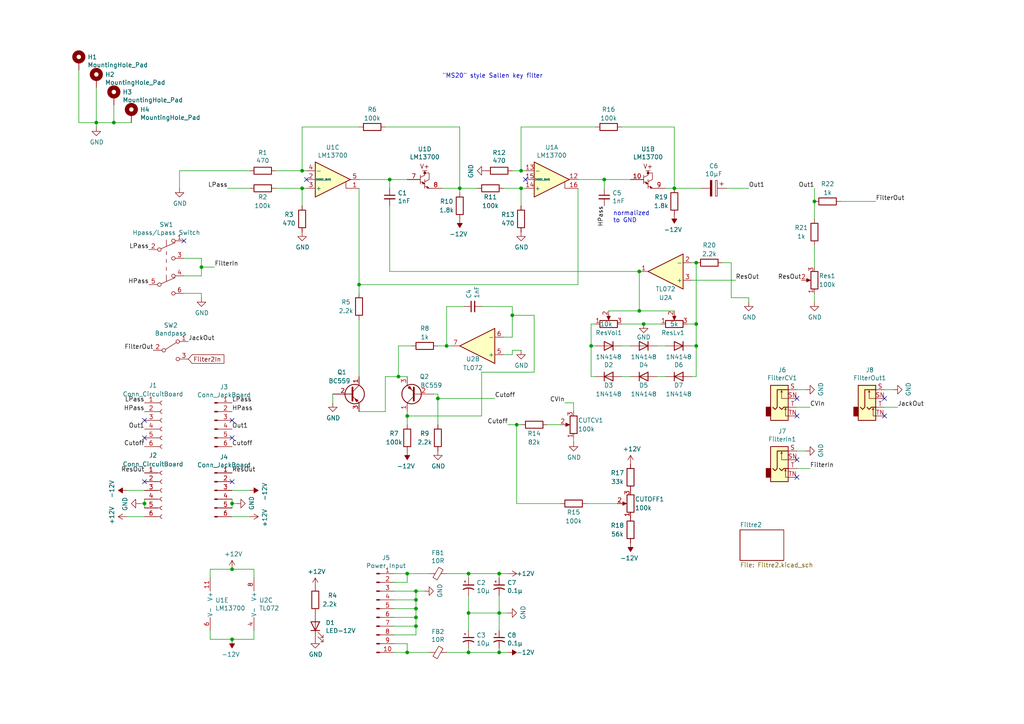
<source format=kicad_sch>
(kicad_sch (version 20211123) (generator eeschema)
  (paper "A4")
  (lib_symbols
    (symbol "Amplifier_Operational:LM13700" (pin_names (offset 0.127))
      (property "Reference" "U" (at 3.81 5.08 0))
      (property "Value" "LM13700" (at 5.08 -5.08 0))
      (symbol "LM13700_1_1"
        (pin output line (at 7.62 0 180) (length 2.54) (name "~") (number "12"))
        (pin input line (at -7.62 2.54 0) (length 2.54) (name "-") (number "13"))
        (pin input line (at -7.62 -2.54 0) (length 2.54) (name "+") (number "14"))
        (pin input line (at -7.62 0 0) (length 2.54) (name "DIODE_BIAS") (number "15"))
        (pin input line (at 7.62 -2.54 180) (length 2.54) (name "~") (number "16"))
      )
      (symbol "LM13700_2_1"
        (text "V+" (at -2.54 3.81 0) (effects (font (size 1.27 1.27))))
        (pin input line (at -7.62 0 0) (length 3.81) (name "~") (number "10"))
        (pin output line (at 2.54 -2.54 180) (length 3.81) (name "~") (number "9"))
      )
      (symbol "LM13700_3_1"
        (pin input line (at 7.62 -2.54 180) (length 2.54) (name "~") (number "1"))
        (pin input line (at -7.62 0 0) (length 2.54) (name "DIODE_BIAS") (number "2"))
        (pin input line (at -7.62 -2.54 0) (length 2.54) (name "+") (number "3"))
        (pin input line (at -7.62 2.54 0) (length 2.54) (name "-") (number "4"))
        (pin output line (at 7.62 0 180) (length 2.54) (name "~") (number "5"))
      )
      (symbol "LM13700_4_0"
        (text "V+" (at -2.54 3.81 0) (effects (font (size 1.27 1.27))))
      )
      (symbol "LM13700_4_1"
        (pin input line (at -7.62 0 0) (length 3.81) (name "~") (number "7"))
        (pin output line (at 2.54 -2.54 180) (length 3.81) (name "~") (number "8"))
      )
      (symbol "LM13700_5_1"
        (pin power_in line (at -2.54 7.62 270) (length 3.81) (name "V+") (number "11"))
        (pin power_in line (at -2.54 -7.62 90) (length 3.81) (name "V-") (number "6"))
      )
    )
    (symbol "Amplifier_Operational:TL072" (pin_names (offset 0.127))
      (property "Reference" "U" (at 0 5.08 0))
      (property "Value" "TL072" (at 0 -5.08 0))
      (symbol "TL072_1_1"
        (pin output line (at 7.62 0 180) (length 2.54) (name "~") (number "1"))
        (pin input line (at -7.62 -2.54 0) (length 2.54) (name "-") (number "2"))
        (pin input line (at -7.62 2.54 0) (length 2.54) (name "+") (number "3"))
      )
      (symbol "TL072_2_1"
        (pin input line (at -7.62 2.54 0) (length 2.54) (name "+") (number "5"))
        (pin input line (at -7.62 -2.54 0) (length 2.54) (name "-") (number "6"))
        (pin output line (at 7.62 0 180) (length 2.54) (name "~") (number "7"))
      )
      (symbol "TL072_3_1"
        (pin power_in line (at -2.54 -7.62 90) (length 3.81) (name "V-") (number "4"))
        (pin power_in line (at -2.54 7.62 270) (length 3.81) (name "V+") (number "8"))
      )
    )
    (symbol "Connector:AudioJack2_Switch"
      (property "Reference" "J" (at 0 11.43 0))
      (property "Value" "AudioJack2_Switch" (at 0 8.89 0))
      (symbol "AudioJack2_Switch_1_1"
        (pin passive line (at 5.08 5.08 180) (length 2.54) (name "~") (number "S"))
        (pin passive line (at 5.08 2.54 180) (length 2.54) (name "~") (number "SN"))
        (pin passive line (at 5.08 0 180) (length 2.54) (name "~") (number "T"))
        (pin passive line (at 5.08 -2.54 180) (length 2.54) (name "~") (number "TN"))
      )
    )
    (symbol "Connector:Conn_01x06_Female" (pin_names (offset 1.016) hide)
      (property "Reference" "J" (at 0 7.62 0))
      (property "Value" "Conn_01x06_Female" (at 0 -10.16 0))
      (symbol "Conn_01x06_Female_1_1"
        (pin passive line (at -5.08 5.08 0) (length 3.81) (name "Pin_1") (number "1"))
        (pin passive line (at -5.08 2.54 0) (length 3.81) (name "Pin_2") (number "2"))
        (pin passive line (at -5.08 0 0) (length 3.81) (name "Pin_3") (number "3"))
        (pin passive line (at -5.08 -2.54 0) (length 3.81) (name "Pin_4") (number "4"))
        (pin passive line (at -5.08 -5.08 0) (length 3.81) (name "Pin_5") (number "5"))
        (pin passive line (at -5.08 -7.62 0) (length 3.81) (name "Pin_6") (number "6"))
      )
    )
    (symbol "Connector:Conn_01x06_Male" (pin_names (offset 1.016) hide)
      (property "Reference" "J" (at 0 7.62 0))
      (property "Value" "Conn_01x06_Male" (at 0 -10.16 0))
      (symbol "Conn_01x06_Male_1_1"
        (pin passive line (at 5.08 5.08 180) (length 3.81) (name "Pin_1") (number "1"))
        (pin passive line (at 5.08 2.54 180) (length 3.81) (name "Pin_2") (number "2"))
        (pin passive line (at 5.08 0 180) (length 3.81) (name "Pin_3") (number "3"))
        (pin passive line (at 5.08 -2.54 180) (length 3.81) (name "Pin_4") (number "4"))
        (pin passive line (at 5.08 -5.08 180) (length 3.81) (name "Pin_5") (number "5"))
        (pin passive line (at 5.08 -7.62 180) (length 3.81) (name "Pin_6") (number "6"))
      )
    )
    (symbol "Connector:Conn_01x10_Male" (pin_names (offset 1.016) hide)
      (property "Reference" "J" (at 0 12.7 0))
      (property "Value" "Conn_01x10_Male" (at 0 -15.24 0))
      (symbol "Conn_01x10_Male_1_1"
        (pin passive line (at 5.08 10.16 180) (length 3.81) (name "Pin_1") (number "1"))
        (pin passive line (at 5.08 -12.7 180) (length 3.81) (name "Pin_10") (number "10"))
        (pin passive line (at 5.08 7.62 180) (length 3.81) (name "Pin_2") (number "2"))
        (pin passive line (at 5.08 5.08 180) (length 3.81) (name "Pin_3") (number "3"))
        (pin passive line (at 5.08 2.54 180) (length 3.81) (name "Pin_4") (number "4"))
        (pin passive line (at 5.08 0 180) (length 3.81) (name "Pin_5") (number "5"))
        (pin passive line (at 5.08 -2.54 180) (length 3.81) (name "Pin_6") (number "6"))
        (pin passive line (at 5.08 -5.08 180) (length 3.81) (name "Pin_7") (number "7"))
        (pin passive line (at 5.08 -7.62 180) (length 3.81) (name "Pin_8") (number "8"))
        (pin passive line (at 5.08 -10.16 180) (length 3.81) (name "Pin_9") (number "9"))
      )
    )
    (symbol "Device:CP" (pin_numbers hide) (pin_names (offset 0.254))
      (property "Reference" "C" (at 0.635 2.54 0))
      (property "Value" "Device_CP" (at 0.635 -2.54 0))
      (symbol "CP_1_1"
        (pin passive line (at 0 3.81 270) (length 2.794) (name "~") (number "1"))
        (pin passive line (at 0 -3.81 90) (length 2.794) (name "~") (number "2"))
      )
    )
    (symbol "Device:CP1_Small" (pin_numbers hide) (pin_names (offset 0.254) hide)
      (property "Reference" "C" (at 0.254 1.778 0))
      (property "Value" "Device_CP1_Small" (at 0.254 -2.032 0))
      (symbol "CP1_Small_1_1"
        (pin passive line (at 0 2.54 270) (length 2.032) (name "~") (number "1"))
        (pin passive line (at 0 -2.54 90) (length 2.032) (name "~") (number "2"))
      )
    )
    (symbol "Device:C_Small" (pin_numbers hide) (pin_names (offset 0.254) hide)
      (property "Reference" "C" (at 0.254 1.778 0))
      (property "Value" "C_Small" (at 0.254 -2.032 0))
      (symbol "C_Small_1_1"
        (pin passive line (at 0 2.54 270) (length 2.032) (name "~") (number "1"))
        (pin passive line (at 0 -2.54 90) (length 2.032) (name "~") (number "2"))
      )
    )
    (symbol "Device:D" (pin_numbers hide) (pin_names (offset 1.016) hide)
      (property "Reference" "D" (at 0 2.54 0))
      (property "Value" "D" (at 0 -2.54 0))
      (symbol "D_1_1"
        (pin passive line (at -3.81 0 0) (length 2.54) (name "K") (number "1"))
        (pin passive line (at 3.81 0 180) (length 2.54) (name "A") (number "2"))
      )
    )
    (symbol "Device:Ferrite_Bead_Small" (pin_numbers hide) (pin_names (offset 0))
      (property "Reference" "FB" (at 1.905 1.27 0))
      (property "Value" "Device_Ferrite_Bead_Small" (at 1.905 -1.27 0))
      (symbol "Ferrite_Bead_Small_1_1"
        (pin passive line (at 0 2.54 270) (length 1.27) (name "~") (number "1"))
        (pin passive line (at 0 -2.54 90) (length 1.27) (name "~") (number "2"))
      )
    )
    (symbol "Device:LED" (pin_numbers hide) (pin_names (offset 1.016) hide)
      (property "Reference" "D" (at 0 2.54 0))
      (property "Value" "LED" (at 0 -2.54 0))
      (symbol "LED_1_1"
        (pin passive line (at -3.81 0 0) (length 2.54) (name "K") (number "1"))
        (pin passive line (at 3.81 0 180) (length 2.54) (name "A") (number "2"))
      )
    )
    (symbol "Device:R" (pin_numbers hide) (pin_names (offset 0))
      (property "Reference" "R" (at 2.032 0 90))
      (property "Value" "R" (at 0 0 90))
      (symbol "R_1_1"
        (pin passive line (at 0 3.81 270) (length 1.27) (name "~") (number "1"))
        (pin passive line (at 0 -3.81 90) (length 1.27) (name "~") (number "2"))
      )
    )
    (symbol "Device:R_POT" (pin_names (offset 1.016) hide)
      (property "Reference" "RV" (at -4.445 0 90))
      (property "Value" "Device_R_POT" (at -2.54 0 90))
      (symbol "R_POT_1_1"
        (pin passive line (at 0 3.81 270) (length 1.27) (name "1") (number "1"))
        (pin passive line (at 3.81 0 180) (length 1.27) (name "2") (number "2"))
        (pin passive line (at 0 -3.81 90) (length 1.27) (name "3") (number "3"))
      )
    )
    (symbol "Mechanical:MountingHole_Pad" (pin_numbers hide) (pin_names (offset 1.016) hide)
      (property "Reference" "H" (at 0 6.35 0))
      (property "Value" "MountingHole_Pad" (at 0 4.445 0))
      (symbol "MountingHole_Pad_1_1"
        (pin input line (at 0 -2.54 90) (length 2.54) (name "1") (number "1"))
      )
    )
    (symbol "Switch:SW_Push_DPDT" (pin_names (offset 0) hide)
      (property "Reference" "SW" (at 0 8.89 0))
      (property "Value" "SW_Push_DPDT" (at 0 -10.16 0))
      (symbol "SW_Push_DPDT_1_1"
        (pin passive line (at 5.08 7.62 180) (length 2.54) (name "A") (number "1"))
        (pin passive line (at -5.08 5.08 0) (length 2.54) (name "B") (number "2"))
        (pin passive line (at 5.08 2.54 180) (length 2.54) (name "C") (number "3"))
        (pin passive line (at 5.08 -2.54 180) (length 2.54) (name "A") (number "4"))
        (pin passive line (at -5.08 -5.08 0) (length 2.54) (name "B") (number "5"))
        (pin passive line (at 5.08 -7.62 180) (length 2.54) (name "C") (number "6"))
      )
    )
    (symbol "Switch:SW_SPDT" (pin_names (offset 0) hide)
      (property "Reference" "SW" (at 0 4.318 0))
      (property "Value" "SW_SPDT" (at 0 -5.08 0))
      (symbol "SW_SPDT_1_1"
        (pin passive line (at 5.08 2.54 180) (length 2.54) (name "A") (number "1"))
        (pin passive line (at -5.08 0 0) (length 2.54) (name "B") (number "2"))
        (pin passive line (at 5.08 -2.54 180) (length 2.54) (name "C") (number "3"))
      )
    )
    (symbol "Transistor_BJT:BC559" (pin_names (offset 0) hide)
      (property "Reference" "Q" (at 5.08 1.905 0))
      (property "Value" "BC559" (at 5.08 0 0))
      (symbol "BC559_1_1"
        (pin passive line (at 2.54 5.08 270) (length 2.54) (name "C") (number "1"))
        (pin input line (at -5.08 0 0) (length 5.715) (name "B") (number "2"))
        (pin passive line (at 2.54 -5.08 90) (length 2.54) (name "E") (number "3"))
      )
    )
    (symbol "power:+12V" (power) (pin_names (offset 0))
      (property "Value" "+12V" (at 0 3.556 0))
      (symbol "+12V_1_1"
        (pin power_in line (at 0 0 90) (length 0) hide (name "+12V") (number "1"))
      )
    )
    (symbol "power:-12V" (power) (pin_names (offset 0))
      (property "Value" "-12V" (at 0 3.81 0))
      (symbol "-12V_0_0"
        (pin power_in line (at 0 0 90) (length 0) hide (name "-12V") (number "1"))
      )
    )
    (symbol "power:GND" (power) (pin_names (offset 0))
      (property "Value" "GND" (at 0 -3.81 0))
      (symbol "GND_1_1"
        (pin power_in line (at 0 0 270) (length 0) hide (name "GND") (number "1"))
      )
    )
  )
  (junction (at 118.11 120.65))
  (junction (at 104.14 82.55))
  (junction (at 186.69 93.98))
  (junction (at 120.65 179.07))
  (junction (at 133.35 54.61))
  (junction (at 58.42 77.47))
  (junction (at 201.93 93.98))
  (junction (at 33.02 35.56))
  (junction (at 151.13 49.53))
  (junction (at 129.54 100.33))
  (junction (at 144.78 166.37))
  (junction (at 113.03 52.07))
  (junction (at 201.93 76.2))
  (junction (at 135.89 189.23))
  (junction (at 148.59 91.44))
  (junction (at 171.45 100.33))
  (junction (at 149.86 123.19))
  (junction (at 120.65 181.61))
  (junction (at 118.11 166.37))
  (junction (at 120.65 176.53))
  (junction (at 185.42 90.17))
  (junction (at 151.13 54.61))
  (junction (at 67.31 165.1))
  (junction (at 201.93 100.33))
  (junction (at 120.65 173.99))
  (junction (at 27.94 35.56))
  (junction (at 87.63 54.61))
  (junction (at 120.65 171.45))
  (junction (at 144.78 177.8))
  (junction (at 135.89 177.8))
  (junction (at 135.89 166.37))
  (junction (at 195.58 54.61))
  (junction (at 67.31 146.05))
  (junction (at 236.22 58.42))
  (junction (at 67.31 185.42))
  (junction (at 144.78 189.23))
  (junction (at 118.11 189.23))
  (junction (at 87.63 49.53))
  (junction (at 127 115.57))
  (junction (at 175.26 52.07))
  (junction (at 185.42 78.74))
  (junction (at 41.91 146.05))
  (junction (at 115.57 109.22))
  (no_connect (at 53.34 69.85))
  (no_connect (at 256.54 120.65))
  (no_connect (at 231.14 133.35))
  (no_connect (at 41.91 127))
  (no_connect (at 41.91 121.92))
  (no_connect (at 152.4 52.07))
  (no_connect (at 67.31 121.92))
  (no_connect (at 231.14 120.65))
  (no_connect (at 231.14 115.57))
  (no_connect (at 41.91 139.7))
  (no_connect (at 67.31 139.7))
  (no_connect (at 67.31 127))
  (no_connect (at 256.54 115.57))
  (no_connect (at 231.14 138.43))
  (no_connect (at 88.9 52.07))
  (wire (pts (xy 58.42 74.93) (xy 58.42 77.47)))
  (wire (pts (xy 120.65 181.61) (xy 120.65 179.07)))
  (wire (pts (xy 148.59 91.44) (xy 148.59 88.9)))
  (wire (pts (xy 67.31 142.24) (xy 72.39 142.24)))
  (wire (pts (xy 231.14 130.81) (xy 233.68 130.81)))
  (wire (pts (xy 201.93 93.98) (xy 201.93 100.33)))
  (wire (pts (xy 87.63 54.61) (xy 87.63 59.69)))
  (wire (pts (xy 118.11 120.65) (xy 139.7 120.65)))
  (wire (pts (xy 200.66 100.33) (xy 201.93 100.33)))
  (wire (pts (xy 144.78 189.23) (xy 147.32 189.23)))
  (wire (pts (xy 41.91 144.78) (xy 41.91 146.05)))
  (wire (pts (xy 135.89 187.96) (xy 135.89 189.23)))
  (wire (pts (xy 166.37 127) (xy 166.37 128.27)))
  (wire (pts (xy 171.45 100.33) (xy 171.45 109.22)))
  (wire (pts (xy 171.45 109.22) (xy 172.72 109.22)))
  (wire (pts (xy 38.1 35.56) (xy 33.02 35.56)))
  (wire (pts (xy 236.22 87.63) (xy 236.22 85.09)))
  (wire (pts (xy 72.39 49.53) (xy 52.07 49.53)))
  (wire (pts (xy 185.42 78.74) (xy 113.03 78.74)))
  (wire (pts (xy 125.73 114.3) (xy 127 114.3)))
  (wire (pts (xy 67.31 185.42) (xy 60.96 185.42)))
  (wire (pts (xy 135.89 189.23) (xy 144.78 189.23)))
  (wire (pts (xy 127 114.3) (xy 127 115.57)))
  (wire (pts (xy 182.88 109.22) (xy 180.34 109.22)))
  (wire (pts (xy 185.42 78.74) (xy 185.42 90.17)))
  (wire (pts (xy 123.19 171.45) (xy 120.65 171.45)))
  (wire (pts (xy 114.3 171.45) (xy 120.65 171.45)))
  (wire (pts (xy 135.89 172.72) (xy 135.89 177.8)))
  (wire (pts (xy 209.55 76.2) (xy 212.09 76.2)))
  (wire (pts (xy 151.13 49.53) (xy 152.4 49.53)))
  (wire (pts (xy 114.3 168.91) (xy 118.11 168.91)))
  (wire (pts (xy 175.26 52.07) (xy 175.26 54.61)))
  (wire (pts (xy 139.7 120.65) (xy 139.7 107.95)))
  (wire (pts (xy 148.59 97.79) (xy 148.59 91.44)))
  (wire (pts (xy 113.03 78.74) (xy 113.03 59.69)))
  (wire (pts (xy 128.27 54.61) (xy 133.35 54.61)))
  (wire (pts (xy 104.14 82.55) (xy 104.14 54.61)))
  (wire (pts (xy 144.78 187.96) (xy 144.78 189.23)))
  (wire (pts (xy 115.57 100.33) (xy 115.57 109.22)))
  (wire (pts (xy 114.3 186.69) (xy 118.11 186.69)))
  (wire (pts (xy 151.13 54.61) (xy 146.05 54.61)))
  (wire (pts (xy 180.34 93.98) (xy 186.69 93.98)))
  (wire (pts (xy 167.64 82.55) (xy 104.14 82.55)))
  (wire (pts (xy 120.65 171.45) (xy 120.65 173.99)))
  (wire (pts (xy 172.72 100.33) (xy 171.45 100.33)))
  (wire (pts (xy 118.11 120.65) (xy 118.11 123.19)))
  (wire (pts (xy 127 100.33) (xy 129.54 100.33)))
  (wire (pts (xy 256.54 113.03) (xy 259.08 113.03)))
  (wire (pts (xy 114.3 173.99) (xy 120.65 173.99)))
  (wire (pts (xy 72.39 54.61) (xy 66.04 54.61)))
  (wire (pts (xy 234.95 135.89) (xy 231.14 135.89)))
  (wire (pts (xy 58.42 85.09) (xy 53.34 85.09)))
  (wire (pts (xy 104.14 119.38) (xy 111.76 119.38)))
  (wire (pts (xy 120.65 179.07) (xy 120.65 176.53)))
  (wire (pts (xy 22.86 20.32) (xy 22.86 35.56)))
  (wire (pts (xy 212.09 76.2) (xy 212.09 86.36)))
  (wire (pts (xy 144.78 177.8) (xy 144.78 182.88)))
  (wire (pts (xy 236.22 71.12) (xy 236.22 77.47)))
  (wire (pts (xy 212.09 86.36) (xy 217.17 86.36)))
  (wire (pts (xy 149.86 123.19) (xy 147.32 123.19)))
  (wire (pts (xy 203.2 54.61) (xy 195.58 54.61)))
  (wire (pts (xy 87.63 36.83) (xy 87.63 49.53)))
  (wire (pts (xy 87.63 49.53) (xy 80.01 49.53)))
  (wire (pts (xy 52.07 49.53) (xy 52.07 54.61)))
  (wire (pts (xy 73.66 182.88) (xy 73.66 185.42)))
  (wire (pts (xy 33.02 35.56) (xy 27.94 35.56)))
  (wire (pts (xy 154.94 107.95) (xy 154.94 91.44)))
  (wire (pts (xy 167.64 54.61) (xy 167.64 82.55)))
  (wire (pts (xy 193.04 109.22) (xy 190.5 109.22)))
  (wire (pts (xy 135.89 166.37) (xy 144.78 166.37)))
  (wire (pts (xy 179.07 146.05) (xy 170.18 146.05)))
  (wire (pts (xy 195.58 36.83) (xy 180.34 36.83)))
  (wire (pts (xy 151.13 54.61) (xy 151.13 59.69)))
  (wire (pts (xy 114.3 189.23) (xy 118.11 189.23)))
  (wire (pts (xy 180.34 100.33) (xy 182.88 100.33)))
  (wire (pts (xy 135.89 167.64) (xy 135.89 166.37)))
  (wire (pts (xy 144.78 166.37) (xy 147.32 166.37)))
  (wire (pts (xy 111.76 109.22) (xy 115.57 109.22)))
  (wire (pts (xy 201.93 100.33) (xy 201.93 109.22)))
  (wire (pts (xy 201.93 93.98) (xy 199.39 93.98)))
  (wire (pts (xy 186.69 93.98) (xy 191.77 93.98)))
  (wire (pts (xy 148.59 101.6) (xy 151.13 101.6)))
  (wire (pts (xy 127 115.57) (xy 127 123.19)))
  (wire (pts (xy 146.05 102.87) (xy 148.59 102.87)))
  (wire (pts (xy 134.62 88.9) (xy 129.54 88.9)))
  (wire (pts (xy 96.52 114.3) (xy 96.52 116.84)))
  (wire (pts (xy 67.31 165.1) (xy 73.66 165.1)))
  (wire (pts (xy 210.82 54.61) (xy 217.17 54.61)))
  (wire (pts (xy 146.05 97.79) (xy 148.59 97.79)))
  (wire (pts (xy 67.31 144.78) (xy 67.31 146.05)))
  (wire (pts (xy 113.03 52.07) (xy 118.11 52.07)))
  (wire (pts (xy 118.11 166.37) (xy 124.46 166.37)))
  (wire (pts (xy 162.56 123.19) (xy 158.75 123.19)))
  (wire (pts (xy 148.59 102.87) (xy 148.59 101.6)))
  (wire (pts (xy 120.65 184.15) (xy 120.65 181.61)))
  (wire (pts (xy 135.89 177.8) (xy 144.78 177.8)))
  (wire (pts (xy 113.03 52.07) (xy 113.03 54.61)))
  (wire (pts (xy 67.31 185.42) (xy 73.66 185.42)))
  (wire (pts (xy 148.59 49.53) (xy 151.13 49.53)))
  (wire (pts (xy 62.23 77.47) (xy 58.42 77.47)))
  (wire (pts (xy 104.14 82.55) (xy 104.14 85.09)))
  (wire (pts (xy 139.7 107.95) (xy 154.94 107.95)))
  (wire (pts (xy 104.14 52.07) (xy 113.03 52.07)))
  (wire (pts (xy 73.66 165.1) (xy 73.66 167.64)))
  (wire (pts (xy 149.86 146.05) (xy 162.56 146.05)))
  (wire (pts (xy 27.94 25.4) (xy 27.94 35.56)))
  (wire (pts (xy 41.91 146.05) (xy 40.64 146.05)))
  (wire (pts (xy 236.22 58.42) (xy 236.22 63.5)))
  (wire (pts (xy 60.96 165.1) (xy 60.96 167.64)))
  (wire (pts (xy 133.35 54.61) (xy 138.43 54.61)))
  (wire (pts (xy 80.01 54.61) (xy 87.63 54.61)))
  (wire (pts (xy 213.36 81.28) (xy 200.66 81.28)))
  (wire (pts (xy 243.84 58.42) (xy 254 58.42)))
  (wire (pts (xy 58.42 80.01) (xy 53.34 80.01)))
  (wire (pts (xy 234.95 118.11) (xy 231.14 118.11)))
  (wire (pts (xy 144.78 177.8) (xy 147.32 177.8)))
  (wire (pts (xy 148.59 88.9) (xy 139.7 88.9)))
  (wire (pts (xy 127 115.57) (xy 143.51 115.57)))
  (wire (pts (xy 135.89 177.8) (xy 135.89 182.88)))
  (wire (pts (xy 167.64 52.07) (xy 175.26 52.07)))
  (wire (pts (xy 144.78 172.72) (xy 144.78 177.8)))
  (wire (pts (xy 60.96 182.88) (xy 60.96 185.42)))
  (wire (pts (xy 151.13 123.19) (xy 149.86 123.19)))
  (wire (pts (xy 33.02 30.48) (xy 33.02 35.56)))
  (wire (pts (xy 67.31 146.05) (xy 68.58 146.05)))
  (wire (pts (xy 120.65 173.99) (xy 120.65 176.53)))
  (wire (pts (xy 190.5 100.33) (xy 193.04 100.33)))
  (wire (pts (xy 133.35 55.88) (xy 133.35 54.61)))
  (wire (pts (xy 104.14 36.83) (xy 87.63 36.83)))
  (wire (pts (xy 118.11 119.38) (xy 118.11 120.65)))
  (wire (pts (xy 217.17 86.36) (xy 217.17 87.63)))
  (wire (pts (xy 185.42 90.17) (xy 195.58 90.17)))
  (wire (pts (xy 260.35 118.11) (xy 256.54 118.11)))
  (wire (pts (xy 201.93 76.2) (xy 201.93 93.98)))
  (wire (pts (xy 22.86 35.56) (xy 27.94 35.56)))
  (wire (pts (xy 172.72 36.83) (xy 151.13 36.83)))
  (wire (pts (xy 118.11 186.69) (xy 118.11 189.23)))
  (wire (pts (xy 27.94 35.56) (xy 27.94 36.83)))
  (wire (pts (xy 133.35 54.61) (xy 133.35 36.83)))
  (wire (pts (xy 118.11 168.91) (xy 118.11 166.37)))
  (wire (pts (xy 114.3 184.15) (xy 120.65 184.15)))
  (wire (pts (xy 72.39 149.86) (xy 67.31 149.86)))
  (wire (pts (xy 119.38 100.33) (xy 115.57 100.33)))
  (wire (pts (xy 115.57 109.22) (xy 118.11 109.22)))
  (wire (pts (xy 163.83 116.84) (xy 166.37 116.84)))
  (wire (pts (xy 114.3 181.61) (xy 120.65 181.61)))
  (wire (pts (xy 195.58 54.61) (xy 195.58 36.83)))
  (wire (pts (xy 111.76 119.38) (xy 111.76 109.22)))
  (wire (pts (xy 185.42 90.17) (xy 176.53 90.17)))
  (wire (pts (xy 144.78 167.64) (xy 144.78 166.37)))
  (wire (pts (xy 67.31 146.05) (xy 67.31 147.32)))
  (wire (pts (xy 114.3 166.37) (xy 118.11 166.37)))
  (wire (pts (xy 120.65 176.53) (xy 114.3 176.53)))
  (wire (pts (xy 193.04 54.61) (xy 195.58 54.61)))
  (wire (pts (xy 129.54 166.37) (xy 135.89 166.37)))
  (wire (pts (xy 151.13 36.83) (xy 151.13 49.53)))
  (wire (pts (xy 114.3 179.07) (xy 120.65 179.07)))
  (wire (pts (xy 41.91 142.24) (xy 36.83 142.24)))
  (wire (pts (xy 175.26 52.07) (xy 182.88 52.07)))
  (wire (pts (xy 231.14 113.03) (xy 233.68 113.03)))
  (wire (pts (xy 104.14 92.71) (xy 104.14 109.22)))
  (wire (pts (xy 151.13 54.61) (xy 152.4 54.61)))
  (wire (pts (xy 149.86 123.19) (xy 149.86 146.05)))
  (wire (pts (xy 129.54 88.9) (xy 129.54 100.33)))
  (wire (pts (xy 67.31 165.1) (xy 60.96 165.1)))
  (wire (pts (xy 201.93 76.2) (xy 200.66 76.2)))
  (wire (pts (xy 58.42 77.47) (xy 58.42 80.01)))
  (wire (pts (xy 88.9 49.53) (xy 87.63 49.53)))
  (wire (pts (xy 201.93 109.22) (xy 200.66 109.22)))
  (wire (pts (xy 41.91 146.05) (xy 41.91 147.32)))
  (wire (pts (xy 41.91 149.86) (xy 36.83 149.86)))
  (wire (pts (xy 87.63 54.61) (xy 88.9 54.61)))
  (wire (pts (xy 236.22 54.61) (xy 236.22 58.42)))
  (wire (pts (xy 154.94 91.44) (xy 148.59 91.44)))
  (wire (pts (xy 129.54 189.23) (xy 135.89 189.23)))
  (wire (pts (xy 53.34 74.93) (xy 58.42 74.93)))
  (wire (pts (xy 171.45 93.98) (xy 171.45 100.33)))
  (wire (pts (xy 133.35 36.83) (xy 111.76 36.83)))
  (wire (pts (xy 172.72 93.98) (xy 171.45 93.98)))
  (wire (pts (xy 166.37 116.84) (xy 166.37 119.38)))
  (wire (pts (xy 58.42 86.36) (xy 58.42 85.09)))
  (wire (pts (xy 118.11 189.23) (xy 124.46 189.23)))
  (wire (pts (xy 129.54 100.33) (xy 130.81 100.33)))
  (text "normalized \nto GND" (at 177.8 64.77 0) (effects (font (size 1.27 1.27)) (justify left bottom)))
  (text "\"MS20\" style Sallen key filter" (at 128.27 22.86 0) (effects (font (size 1.27 1.27)) (justify left bottom)))
  (label "HPass" (at 175.26 59.69 270))
  (label "ResOut" (at 232.41 81.28 180))
  (label "FilterIn" (at 234.95 135.89 0))
  (label "JackOut" (at 260.35 118.11 0))
  (label "LPass" (at 67.31 116.84 0))
  (label "FilterOut" (at 44.45 101.6 180))
  (label "LPass" (at 66.04 54.61 180))
  (label "Cutoff" (at 41.91 129.54 180))
  (label "CVIn" (at 234.95 118.11 0))
  (label "HPass" (at 41.91 119.38 180))
  (label "ResOut" (at 41.91 137.16 180))
  (label "Cutoff" (at 67.31 129.54 0))
  (label "HPass" (at 43.18 82.55 180))
  (label "FilterOut" (at 254 58.42 0))
  (label "Cutoff" (at 143.51 115.57 0))
  (label "ResOut" (at 67.31 137.16 0))
  (label "LPass" (at 43.18 72.39 180))
  (label "Out1" (at 67.31 124.46 0))
  (label "HPass" (at 67.31 119.38 0))
  (label "Out1" (at 41.91 124.46 180))
  (label "LPass" (at 41.91 116.84 180))
  (label "CVIn" (at 163.83 116.84 180))
  (label "Cutoff" (at 147.32 123.19 180))
  (label "FilterIn" (at 62.23 77.47 0))
  (label "ResOut" (at 213.36 81.28 0))
  (label "JackOut" (at 54.61 99.06 0))
  (label "Out1" (at 236.22 54.61 180))
  (label "Out1" (at 217.17 54.61 0))
  (global_label "Filter2In" (shape input) (at 54.61 104.14 0) (property "Intersheet References" "${INTERSHEET_REFS}" (effects hide)))
  (symbol (lib_id "Amplifier_Operational:LM13700") (at 160.02 52.07 0) (unit 1)
    (property "Reference" "U1" (at 160.02 42.7482 0))
    (property "Value" "LM13700" (at 160.02 45.0596 0))
    (property "Footprint" "Package_DIP:DIP-16_W7.62mm_Socket" (effects hide))
    (property "Datasheet" "http://www.ti.com/lit/ds/symlink/lm13700.pdf" (effects hide))
  )
  (symbol (lib_id "Amplifier_Operational:LM13700") (at 96.52 52.07 0) (unit 3)
    (property "Reference" "U1" (at 96.52 42.7482 0))
    (property "Value" "LM13700" (at 96.52 45.0596 0))
    (property "Footprint" "Package_DIP:DIP-16_W7.62mm_Socket" (effects hide))
    (property "Datasheet" "http://www.ti.com/lit/ds/symlink/lm13700.pdf" (effects hide))
  )
  (symbol (lib_id "Amplifier_Operational:LM13700") (at 190.5 52.07 0) (unit 2)
    (property "Reference" "U1" (at 187.96 43.2308 0))
    (property "Value" "LM13700" (at 187.96 45.5422 0))
    (property "Footprint" "Package_DIP:DIP-16_W7.62mm_Socket" (effects hide))
    (property "Datasheet" "http://www.ti.com/lit/ds/symlink/lm13700.pdf" (effects hide))
  )
  (symbol (lib_id "Amplifier_Operational:LM13700") (at 125.73 52.07 0) (unit 4)
    (property "Reference" "U1" (at 123.19 43.2308 0))
    (property "Value" "LM13700" (at 123.19 45.5422 0))
    (property "Footprint" "Package_DIP:DIP-16_W7.62mm_Socket" (effects hide))
    (property "Datasheet" "http://www.ti.com/lit/ds/symlink/lm13700.pdf" (effects hide))
  )
  (symbol (lib_id "Amplifier_Operational:TL072") (at 193.04 78.74 180) (unit 1)
    (property "Reference" "U2" (at 193.04 86.36 0))
    (property "Value" "TL072" (at 193.04 83.82 0))
    (property "Footprint" "Package_DIP:DIP-8_W7.62mm_Socket" (effects hide))
    (property "Datasheet" "http://www.ti.com/lit/ds/symlink/tl071.pdf" (effects hide))
  )
  (symbol (lib_id "Amplifier_Operational:TL072") (at 138.43 100.33 180) (unit 2)
    (property "Reference" "U2" (at 137.16 104.14 0))
    (property "Value" "TL072" (at 137.16 106.68 0))
    (property "Footprint" "Package_DIP:DIP-8_W7.62mm_Socket" (effects hide))
    (property "Datasheet" "http://www.ti.com/lit/ds/symlink/tl071.pdf" (effects hide))
  )
  (symbol (lib_id "Device:R") (at 76.2 54.61 90) (unit 1)
    (property "Reference" "R2" (at 76.2 57.15 90))
    (property "Value" "100k" (at 76.2 59.69 90))
    (property "Footprint" "Resistor_THT:R_Axial_DIN0207_L6.3mm_D2.5mm_P10.16mm_Horizontal" (effects hide))
  )
  (symbol (lib_id "Device:R") (at 76.2 49.53 90) (unit 1)
    (property "Reference" "R1" (at 76.2 44.2722 90))
    (property "Value" "470" (at 76.2 46.5836 90))
    (property "Footprint" "Resistor_THT:R_Axial_DIN0207_L6.3mm_D2.5mm_P10.16mm_Horizontal" (effects hide))
  )
  (symbol (lib_id "Device:R") (at 87.63 63.5 180) (unit 1)
    (property "Reference" "R3" (at 83.82 62.23 0))
    (property "Value" "470" (at 83.82 64.77 0))
    (property "Footprint" "Resistor_THT:R_Axial_DIN0207_L6.3mm_D2.5mm_P10.16mm_Horizontal" (effects hide))
  )
  (symbol (lib_id "power:GND") (at 87.63 67.31 0) (unit 1)
    (property "Reference" "#PWR09" (effects hide))
    (property "Value" "GND" (at 87.757 71.7042 0))
  )
  (symbol (lib_id "power:GND") (at 52.07 54.61 0) (unit 1)
    (property "Reference" "#PWR04" (effects hide))
    (property "Value" "GND" (at 52.197 59.0042 0))
  )
  (symbol (lib_id "Switch:SW_Push_DPDT") (at 48.26 77.47 0) (unit 1)
    (property "Reference" "SW1" (at 48.26 65.151 0))
    (property "Value" "Hpass/Lpass Switch" (at 48.26 67.4624 0))
    (property "Footprint" "Synth:SW_DPDT_Toggle" (effects hide))
    (property "Comment " "DPDT Switch, On-Off-On " (effects hide))
  )
  (symbol (lib_id "Device:R") (at 107.95 36.83 90) (unit 1)
    (property "Reference" "R6" (at 107.95 31.75 90))
    (property "Value" "100k" (at 107.95 34.29 90))
    (property "Footprint" "Resistor_THT:R_Axial_DIN0207_L6.3mm_D2.5mm_P10.16mm_Horizontal" (effects hide))
  )
  (symbol (lib_id "Device:R") (at 133.35 59.69 180) (unit 1)
    (property "Reference" "R10" (at 129.54 58.42 0))
    (property "Value" "1.8k" (at 129.54 60.96 0))
    (property "Footprint" "Resistor_THT:R_Axial_DIN0207_L6.3mm_D2.5mm_P10.16mm_Horizontal" (effects hide))
  )
  (symbol (lib_id "power:-12V") (at 133.35 63.5 180) (unit 1)
    (property "Reference" "#PWR016" (effects hide))
    (property "Value" "-12V" (at 132.969 67.8942 0))
  )
  (symbol (lib_id "Device:R") (at 144.78 49.53 90) (unit 1)
    (property "Reference" "R12" (at 144.78 44.2722 90))
    (property "Value" "470" (at 144.78 46.5836 90))
    (property "Footprint" "Resistor_THT:R_Axial_DIN0207_L6.3mm_D2.5mm_P10.16mm_Horizontal" (effects hide))
  )
  (symbol (lib_id "power:GND") (at 140.97 49.53 270) (unit 1)
    (property "Reference" "#PWR018" (effects hide))
    (property "Value" "GND" (at 136.5758 49.657 0))
  )
  (symbol (lib_id "Device:R") (at 176.53 36.83 90) (unit 1)
    (property "Reference" "R16" (at 176.53 31.75 90))
    (property "Value" "100k" (at 176.53 34.29 90))
    (property "Footprint" "Resistor_THT:R_Axial_DIN0207_L6.3mm_D2.5mm_P10.16mm_Horizontal" (effects hide))
  )
  (symbol (lib_id "Device:R") (at 142.24 54.61 90) (unit 1)
    (property "Reference" "R11" (at 142.24 57.15 90))
    (property "Value" "100k" (at 142.24 59.69 90))
    (property "Footprint" "Resistor_THT:R_Axial_DIN0207_L6.3mm_D2.5mm_P10.16mm_Horizontal" (effects hide))
  )
  (symbol (lib_id "Device:R") (at 151.13 63.5 180) (unit 1)
    (property "Reference" "R13" (at 147.32 62.23 0))
    (property "Value" "470" (at 147.32 64.77 0))
    (property "Footprint" "Resistor_THT:R_Axial_DIN0207_L6.3mm_D2.5mm_P10.16mm_Horizontal" (effects hide))
  )
  (symbol (lib_id "power:GND") (at 151.13 67.31 0) (unit 1)
    (property "Reference" "#PWR021" (effects hide))
    (property "Value" "GND" (at 151.257 71.7042 0))
  )
  (symbol (lib_id "Device:C_Small") (at 175.26 57.15 0) (unit 1)
    (property "Reference" "C5" (at 177.5968 55.9816 0) (effects (justify left)))
    (property "Value" "1nF" (at 177.5968 58.293 0) (effects (justify left)))
    (property "Footprint" "Capacitor_THT:C_Disc_D7.0mm_W2.5mm_P5.00mm" (effects hide))
  )
  (symbol (lib_id "power:GND") (at 58.42 86.36 0) (unit 1)
    (property "Reference" "#PWR05" (effects hide))
    (property "Value" "GND" (at 58.547 90.7542 0))
  )
  (symbol (lib_id "Device:C_Small") (at 113.03 57.15 0) (unit 1)
    (property "Reference" "C1" (at 115.3668 55.9816 0) (effects (justify left)))
    (property "Value" "1nF" (at 115.3668 58.293 0) (effects (justify left)))
    (property "Footprint" "Capacitor_THT:C_Disc_D7.0mm_W2.5mm_P5.00mm" (effects hide))
  )
  (symbol (lib_id "Device:R") (at 195.58 58.42 180) (unit 1)
    (property "Reference" "R19" (at 191.77 57.15 0))
    (property "Value" "1.8k" (at 191.77 59.69 0))
    (property "Footprint" "Resistor_THT:R_Axial_DIN0207_L6.3mm_D2.5mm_P10.16mm_Horizontal" (effects hide))
  )
  (symbol (lib_id "power:-12V") (at 195.58 62.23 180) (unit 1)
    (property "Reference" "#PWR027" (effects hide))
    (property "Value" "-12V" (at 195.199 66.6242 0))
  )
  (symbol (lib_id "Device:CP") (at 207.01 54.61 270) (unit 1)
    (property "Reference" "C6" (at 207.01 48.133 90))
    (property "Value" "10µF" (at 207.01 50.4444 90))
    (property "Footprint" "Capacitor_THT:CP_Radial_D5.0mm_P2.00mm" (effects hide))
  )
  (symbol (lib_id "Device:R") (at 240.03 58.42 270) (unit 1)
    (property "Reference" "R22" (at 240.03 53.34 90))
    (property "Value" "1k" (at 240.03 55.88 90))
    (property "Footprint" "Resistor_THT:R_Axial_DIN0207_L6.3mm_D2.5mm_P10.16mm_Horizontal" (effects hide))
  )
  (symbol (lib_id "Device:R") (at 236.22 67.31 180) (unit 1)
    (property "Reference" "R21" (at 232.41 66.04 0))
    (property "Value" "1k" (at 232.41 68.58 0))
    (property "Footprint" "Resistor_THT:R_Axial_DIN0207_L6.3mm_D2.5mm_P10.16mm_Horizontal" (effects hide))
  )
  (symbol (lib_id "Device:R_POT") (at 236.22 81.28 180) (unit 1)
    (property "Reference" "Res1" (at 237.49 80.01 0) (effects (justify right)))
    (property "Value" "100k" (at 237.49 82.55 0) (effects (justify right)))
    (property "Footprint" "Synth:Pot-bourns-alpha" (effects hide))
  )
  (symbol (lib_id "power:GND") (at 217.17 87.63 0) (unit 1)
    (property "Reference" "#PWR028" (effects hide))
    (property "Value" "GND" (at 217.297 92.0242 0))
  )
  (symbol (lib_id "Device:R") (at 205.74 76.2 270) (unit 1)
    (property "Reference" "R20" (at 205.74 71.12 90))
    (property "Value" "2.2k" (at 205.74 73.66 90))
    (property "Footprint" "Resistor_THT:R_Axial_DIN0207_L6.3mm_D2.5mm_P10.16mm_Horizontal" (effects hide))
  )
  (symbol (lib_id "Device:D") (at 196.85 109.22 0) (unit 1)
    (property "Reference" "D7" (at 196.85 111.76 0))
    (property "Value" "1N4148" (at 196.85 114.3 0))
    (property "Footprint" "Diode_THT:D_DO-35_SOD27_P7.62mm_Horizontal" (effects hide))
  )
  (symbol (lib_id "Device:D") (at 186.69 109.22 0) (unit 1)
    (property "Reference" "D5" (at 186.69 111.76 0))
    (property "Value" "1N4148" (at 186.69 114.3 0))
    (property "Footprint" "Diode_THT:D_DO-35_SOD27_P7.62mm_Horizontal" (effects hide))
  )
  (symbol (lib_id "Device:D") (at 176.53 109.22 0) (unit 1)
    (property "Reference" "D3" (at 176.53 111.76 0))
    (property "Value" "1N4148" (at 176.53 114.3 0))
    (property "Footprint" "Diode_THT:D_DO-35_SOD27_P7.62mm_Horizontal" (effects hide))
  )
  (symbol (lib_id "Device:D") (at 176.53 100.33 180) (unit 1)
    (property "Reference" "D2" (at 176.53 105.8418 0))
    (property "Value" "1N4148" (at 176.53 103.5304 0))
    (property "Footprint" "Diode_THT:D_DO-35_SOD27_P7.62mm_Horizontal" (effects hide))
  )
  (symbol (lib_id "Device:D") (at 186.69 100.33 180) (unit 1)
    (property "Reference" "D4" (at 186.69 105.8418 0))
    (property "Value" "1N4148" (at 186.69 103.5304 0))
    (property "Footprint" "Diode_THT:D_DO-35_SOD27_P7.62mm_Horizontal" (effects hide))
  )
  (symbol (lib_id "Device:D") (at 196.85 100.33 180) (unit 1)
    (property "Reference" "D6" (at 196.85 105.8418 0))
    (property "Value" "1N4148" (at 196.85 103.5304 0))
    (property "Footprint" "Diode_THT:D_DO-35_SOD27_P7.62mm_Horizontal" (effects hide))
  )
  (symbol (lib_id "Device:R") (at 104.14 88.9 180) (unit 1)
    (property "Reference" "R5" (at 100.33 87.63 0))
    (property "Value" "2.2k" (at 100.33 90.17 0))
    (property "Footprint" "Resistor_THT:R_Axial_DIN0207_L6.3mm_D2.5mm_P10.16mm_Horizontal" (effects hide))
  )
  (symbol (lib_id "Device:R_POT") (at 182.88 146.05 180) (unit 1)
    (property "Reference" "CUTOFF1" (at 184.15 144.78 0) (effects (justify right)))
    (property "Value" "100k" (at 184.15 147.32 0) (effects (justify right)))
    (property "Footprint" "Synth:Pot-bourns-alpha" (effects hide))
  )
  (symbol (lib_id "power:-12V") (at 182.88 157.48 180) (unit 1)
    (property "Reference" "#PWR025" (effects hide))
    (property "Value" "-12V" (at 182.499 161.8742 0))
  )
  (symbol (lib_id "Device:R") (at 182.88 153.67 180) (unit 1)
    (property "Reference" "R18" (at 179.07 152.4 0))
    (property "Value" "56k" (at 179.07 154.94 0))
    (property "Footprint" "Resistor_THT:R_Axial_DIN0207_L6.3mm_D2.5mm_P10.16mm_Horizontal" (effects hide))
  )
  (symbol (lib_id "Device:R") (at 182.88 138.43 180) (unit 1)
    (property "Reference" "R17" (at 179.07 137.16 0))
    (property "Value" "33k" (at 179.07 139.7 0))
    (property "Footprint" "Resistor_THT:R_Axial_DIN0207_L6.3mm_D2.5mm_P10.16mm_Horizontal" (effects hide))
  )
  (symbol (lib_id "power:+12V") (at 182.88 134.62 0) (unit 1)
    (property "Reference" "#PWR024" (effects hide))
    (property "Value" "+12V" (at 183.261 130.2258 0))
  )
  (symbol (lib_id "Device:R") (at 166.37 146.05 90) (unit 1)
    (property "Reference" "R15" (at 166.37 148.59 90))
    (property "Value" "100k" (at 166.37 151.13 90))
    (property "Footprint" "Resistor_THT:R_Axial_DIN0207_L6.3mm_D2.5mm_P10.16mm_Horizontal" (effects hide))
  )
  (symbol (lib_id "Device:R_POT") (at 166.37 123.19 180) (unit 1)
    (property "Reference" "CUTCV1" (at 167.64 121.92 0) (effects (justify right)))
    (property "Value" "100k" (at 167.64 124.46 0) (effects (justify right)))
    (property "Footprint" "Synth:Pot-bourns-alpha" (effects hide))
  )
  (symbol (lib_id "power:GND") (at 166.37 128.27 0) (unit 1)
    (property "Reference" "#PWR023" (effects hide))
    (property "Value" "GND" (at 166.497 132.6642 0))
  )
  (symbol (lib_id "Device:R") (at 154.94 123.19 90) (unit 1)
    (property "Reference" "R14" (at 154.94 125.73 90))
    (property "Value" "82k" (at 154.94 128.27 90))
    (property "Footprint" "Resistor_THT:R_Axial_DIN0207_L6.3mm_D2.5mm_P10.16mm_Horizontal" (effects hide))
  )
  (symbol (lib_id "Device:R") (at 118.11 127 180) (unit 1)
    (property "Reference" "R7" (at 114.3 125.73 0))
    (property "Value" "100k" (at 114.3 128.27 0))
    (property "Footprint" "Resistor_THT:R_Axial_DIN0207_L6.3mm_D2.5mm_P10.16mm_Horizontal" (effects hide))
  )
  (symbol (lib_id "power:-12V") (at 118.11 130.81 180) (unit 1)
    (property "Reference" "#PWR013" (effects hide))
    (property "Value" "-12V" (at 117.729 135.2042 0))
  )
  (symbol (lib_id "Device:R") (at 127 127 180) (unit 1)
    (property "Reference" "R9" (at 123.19 125.73 0))
    (property "Value" "2.2k" (at 123.19 128.27 0))
    (property "Footprint" "Resistor_THT:R_Axial_DIN0207_L6.3mm_D2.5mm_P10.16mm_Horizontal" (effects hide))
  )
  (symbol (lib_id "power:GND") (at 127 130.81 0) (unit 1)
    (property "Reference" "#PWR015" (effects hide))
    (property "Value" "GND" (at 127.127 135.2042 0))
  )
  (symbol (lib_id "Transistor_BJT:BC559") (at 101.6 114.3 0) (unit 1)
    (property "Reference" "Q1" (at 97.79 107.95 0) (effects (justify left)))
    (property "Value" "BC559" (at 95.25 110.49 0) (effects (justify left)))
    (property "Footprint" "Package_TO_SOT_THT:TO-92_Inline" (effects hide))
    (property "Datasheet" "https://www.onsemi.com/pub/Collateral/BC556BTA-D.pdf" (effects hide))
  )
  (symbol (lib_id "Transistor_BJT:BC559") (at 120.65 114.3 180) (unit 1)
    (property "Reference" "Q2" (at 124.46 109.22 0) (effects (justify left)))
    (property "Value" "BC559" (at 128.27 111.76 0) (effects (justify left)))
    (property "Footprint" "Package_TO_SOT_THT:TO-92_Inline" (effects hide))
    (property "Datasheet" "https://www.onsemi.com/pub/Collateral/BC556BTA-D.pdf" (effects hide))
  )
  (symbol (lib_id "power:GND") (at 96.52 116.84 0) (unit 1)
    (property "Reference" "#PWR012" (effects hide))
    (property "Value" "GND" (at 96.647 121.2342 0))
  )
  (symbol (lib_id "Device:R") (at 123.19 100.33 90) (unit 1)
    (property "Reference" "R8" (at 123.19 95.25 90))
    (property "Value" "1k" (at 123.19 97.79 90))
    (property "Footprint" "Resistor_THT:R_Axial_DIN0207_L6.3mm_D2.5mm_P10.16mm_Horizontal" (effects hide))
  )
  (symbol (lib_id "power:GND") (at 151.13 101.6 0) (unit 1)
    (property "Reference" "#PWR022" (effects hide))
    (property "Value" "GND" (at 151.257 105.9942 0))
  )
  (symbol (lib_id "Device:C_Small") (at 137.16 88.9 90) (unit 1)
    (property "Reference" "C4" (at 135.9916 86.5632 0) (effects (justify left)))
    (property "Value" "1nF" (at 138.303 86.5632 0) (effects (justify left)))
    (property "Footprint" "Capacitor_THT:C_Disc_D7.0mm_W2.5mm_P5.00mm" (effects hide))
  )
  (symbol (lib_id "power:GND") (at 236.22 87.63 0) (unit 1)
    (property "Reference" "#PWR031" (effects hide))
    (property "Value" "GND" (at 236.347 92.0242 0))
  )
  (symbol (lib_id "power:+12V") (at 72.39 149.86 270) (unit 1)
    (property "Reference" "#PWR08" (effects hide))
    (property "Value" "+12V" (at 76.7842 150.241 0))
  )
  (symbol (lib_id "power:+12V") (at 36.83 149.86 90) (unit 1)
    (property "Reference" "#PWR02" (effects hide))
    (property "Value" "+12V" (at 32.4358 149.479 0))
  )
  (symbol (lib_id "power:-12V") (at 72.39 142.24 270) (unit 1)
    (property "Reference" "#PWR07" (effects hide))
    (property "Value" "-12V" (at 76.7842 142.621 0))
  )
  (symbol (lib_id "power:-12V") (at 36.83 142.24 90) (unit 1)
    (property "Reference" "#PWR01" (effects hide))
    (property "Value" "-12V" (at 32.4358 141.859 0))
  )
  (symbol (lib_id "power:GND") (at 40.64 146.05 270) (unit 1)
    (property "Reference" "#PWR03" (effects hide))
    (property "Value" "GND" (at 36.2458 146.177 0))
  )
  (symbol (lib_id "power:GND") (at 68.58 146.05 90) (unit 1)
    (property "Reference" "#PWR06" (effects hide))
    (property "Value" "GND" (at 72.9742 145.923 0))
  )
  (symbol (lib_id "power:+12V") (at 147.32 166.37 270) (unit 1)
    (property "Reference" "#PWR019" (effects hide))
    (property "Value" "+12V" (at 152.4 166.37 90))
  )
  (symbol (lib_id "power:-12V") (at 147.32 189.23 270) (unit 1)
    (property "Reference" "#PWR020" (effects hide))
    (property "Value" "-12V" (at 152.4 189.23 90))
  )
  (symbol (lib_id "Connector:Conn_01x10_Male") (at 109.22 176.53 0) (unit 1)
    (property "Reference" "J5" (at 111.9632 161.7726 0))
    (property "Value" "Power Input" (at 111.9632 164.084 0))
    (property "Footprint" "Connector_PinHeader_2.54mm:PinHeader_2x05_P2.54mm_Vertical" (effects hide))
  )
  (symbol (lib_id "Device:CP1_Small") (at 135.89 170.18 0) (unit 1)
    (property "Reference" "C2" (at 138.2014 169.0116 0) (effects (justify left)))
    (property "Value" "10µ" (at 138.2014 171.323 0) (effects (justify left)))
    (property "Footprint" "Capacitor_THT:CP_Radial_D5.0mm_P2.00mm" (effects hide))
  )
  (symbol (lib_id "Device:CP1_Small") (at 135.89 185.42 0) (unit 1)
    (property "Reference" "C3" (at 138.2014 184.2516 0) (effects (justify left)))
    (property "Value" "10µ" (at 138.2014 186.563 0) (effects (justify left)))
    (property "Footprint" "Capacitor_THT:CP_Radial_D5.0mm_P2.00mm" (effects hide))
  )
  (symbol (lib_id "Device:Ferrite_Bead_Small") (at 127 166.37 270) (unit 1)
    (property "Reference" "FB1" (at 127 160.3502 90))
    (property "Value" "10R" (at 127 162.6616 90))
    (property "Footprint" "Inductor_THT:L_Axial_L9.5mm_D4.0mm_P12.70mm_Horizontal_Fastron_SMCC" (effects hide))
  )
  (symbol (lib_id "Device:Ferrite_Bead_Small") (at 127 189.23 270) (unit 1)
    (property "Reference" "FB2" (at 127 183.2102 90))
    (property "Value" "10R" (at 127 185.5216 90))
    (property "Footprint" "Inductor_THT:L_Axial_L9.5mm_D4.0mm_P12.70mm_Horizontal_Fastron_SMCC" (effects hide))
  )
  (symbol (lib_id "power:GND") (at 147.32 177.8 90) (unit 1)
    (property "Reference" "#PWR017" (effects hide))
    (property "Value" "GND" (at 151.7142 177.673 0))
  )
  (symbol (lib_id "power:GND") (at 123.19 171.45 90) (unit 1)
    (property "Reference" "#PWR014" (effects hide))
    (property "Value" "GND" (at 127.5842 171.323 0))
  )
  (symbol (lib_id "Device:R") (at 91.44 173.99 0) (unit 1)
    (property "Reference" "R4" (at 97.79 172.72 0) (effects (justify right)))
    (property "Value" "2.2k" (at 97.79 175.26 0) (effects (justify right)))
    (property "Footprint" "Resistor_THT:R_Axial_DIN0207_L6.3mm_D2.5mm_P10.16mm_Horizontal" (effects hide))
  )
  (symbol (lib_id "power:GND") (at 91.44 185.42 0) (unit 1)
    (property "Reference" "#PWR011" (effects hide))
    (property "Value" "GND" (at 91.567 189.8142 0))
  )
  (symbol (lib_id "Device:LED") (at 91.44 181.61 90) (unit 1)
    (property "Reference" "D1" (at 94.4372 180.6194 90) (effects (justify right)))
    (property "Value" "LED-12V" (at 94.4372 182.9308 90) (effects (justify right)))
    (property "Footprint" "LED_THT:LED_D4.0mm" (effects hide))
  )
  (symbol (lib_id "power:+12V") (at 91.44 170.18 0) (unit 1)
    (property "Reference" "#PWR010" (effects hide))
    (property "Value" "+12V" (at 91.821 165.7858 0))
  )
  (symbol (lib_id "Switch:SW_SPDT") (at 49.53 101.6 0) (unit 1)
    (property "Reference" "SW2" (at 49.53 94.361 0))
    (property "Value" "Bandpass" (at 49.53 96.6724 0))
    (property "Footprint" "Synth:SW_Toggle_Blue_wSlots" (effects hide))
  )
  (symbol (lib_id "Connector:AudioJack2_Switch") (at 226.06 118.11 0) (unit 1)
    (property "Reference" "J6" (at 226.8728 107.315 0))
    (property "Value" "FilterCV1" (at 226.8728 109.6264 0))
    (property "Footprint" "Synth:Thonkiconn" (effects hide))
  )
  (symbol (lib_id "power:GND") (at 233.68 113.03 90) (unit 1)
    (property "Reference" "#PWR029" (effects hide))
    (property "Value" "GND" (at 238.0742 112.903 0))
  )
  (symbol (lib_id "Connector:AudioJack2_Switch") (at 251.46 118.11 0) (unit 1)
    (property "Reference" "J8" (at 252.2728 107.315 0))
    (property "Value" "FilterOut1" (at 252.2728 109.6264 0))
    (property "Footprint" "Synth:Thonkiconn" (effects hide))
  )
  (symbol (lib_id "power:GND") (at 259.08 113.03 90) (unit 1)
    (property "Reference" "#PWR034" (effects hide))
    (property "Value" "GND" (at 263.4742 112.903 0))
  )
  (symbol (lib_id "Connector:AudioJack2_Switch") (at 226.06 135.89 0) (unit 1)
    (property "Reference" "J7" (at 226.8728 125.095 0))
    (property "Value" "FilterIn1" (at 226.8728 127.4064 0))
    (property "Footprint" "Synth:Thonkiconn" (effects hide))
  )
  (symbol (lib_id "power:GND") (at 233.68 130.81 90) (unit 1)
    (property "Reference" "#PWR030" (effects hide))
    (property "Value" "GND" (at 238.0742 130.683 0))
  )
  (symbol (lib_id "Connector:Conn_01x06_Female") (at 46.99 121.92 0) (unit 1)
    (property "Reference" "J1" (at 43.18 111.76 0) (effects (justify left)))
    (property "Value" "Conn_CircuitBoard" (at 35.56 114.3 0) (effects (justify left)))
    (property "Footprint" "Connector_PinSocket_2.54mm:PinSocket_1x06_P2.54mm_Vertical" (effects hide))
  )
  (symbol (lib_id "Connector:Conn_01x06_Male") (at 62.23 121.92 0) (unit 1)
    (property "Reference" "J3" (at 64.9732 112.2426 0))
    (property "Value" "Conn_JackBoard" (at 64.9732 114.554 0))
    (property "Footprint" "Connector_PinHeader_2.54mm:PinHeader_1x06_P2.54mm_Vertical" (effects hide))
  )
  (symbol (lib_id "Connector:Conn_01x06_Female") (at 46.99 142.24 0) (unit 1)
    (property "Reference" "J2" (at 43.18 132.08 0) (effects (justify left)))
    (property "Value" "Conn_CircuitBoard" (at 35.56 134.62 0) (effects (justify left)))
    (property "Footprint" "Connector_PinSocket_2.54mm:PinSocket_1x06_P2.54mm_Vertical" (effects hide))
  )
  (symbol (lib_id "Device:R_POT") (at 195.58 93.98 90) (unit 1)
    (property "Reference" "ResLv1" (at 191.77 96.52 90) (effects (justify right)))
    (property "Value" "5k" (at 194.31 93.98 90) (effects (justify right)))
    (property "Footprint" "Potentiometer_THT:Potentiometer_Bourns_3386C_Horizontal" (effects hide))
  )
  (symbol (lib_id "power:GND") (at 186.69 93.98 0) (unit 1)
    (property "Reference" "#PWR026" (effects hide))
    (property "Value" "GND" (at 186.69 97.79 0))
  )
  (symbol (lib_id "Connector:Conn_01x06_Male") (at 62.23 142.24 0) (unit 1)
    (property "Reference" "J4" (at 64.9732 132.5626 0))
    (property "Value" "Conn_JackBoard" (at 64.9732 134.874 0))
    (property "Footprint" "Connector_PinHeader_2.54mm:PinHeader_1x06_P2.54mm_Vertical" (effects hide))
  )
  (symbol (lib_id "power:GND") (at 27.94 36.83 0) (unit 1)
    (property "Reference" "#PWR0103" (effects hide))
    (property "Value" "GND" (at 28.067 41.2242 0))
  )
  (symbol (lib_id "Mechanical:MountingHole_Pad") (at 22.86 17.78 0) (unit 1)
    (property "Reference" "H1" (at 25.4 16.5354 0) (effects (justify left)))
    (property "Value" "MountingHole_Pad" (at 25.4 18.8468 0) (effects (justify left)))
    (property "Footprint" "Synth:Doepfer Mounting hole" (effects hide))
  )
  (symbol (lib_id "Mechanical:MountingHole_Pad") (at 27.94 22.86 0) (unit 1)
    (property "Reference" "H2" (at 30.48 21.6154 0) (effects (justify left)))
    (property "Value" "MountingHole_Pad" (at 30.48 23.9268 0) (effects (justify left)))
    (property "Footprint" "Synth:Doepfer Mounting hole" (effects hide))
  )
  (symbol (lib_id "Mechanical:MountingHole_Pad") (at 33.02 27.94 0) (unit 1)
    (property "Reference" "H3" (at 35.56 26.6954 0) (effects (justify left)))
    (property "Value" "MountingHole_Pad" (at 35.56 29.0068 0) (effects (justify left)))
    (property "Footprint" "Synth:Doepfer Mounting hole" (effects hide))
  )
  (symbol (lib_id "Mechanical:MountingHole_Pad") (at 38.1 33.02 0) (unit 1)
    (property "Reference" "H4" (at 40.64 31.7754 0) (effects (justify left)))
    (property "Value" "MountingHole_Pad" (at 40.64 34.0868 0) (effects (justify left)))
    (property "Footprint" "Synth:Doepfer Mounting hole" (effects hide))
  )
  (symbol (lib_id "Amplifier_Operational:LM13700") (at 63.5 175.26 0) (unit 5)
    (property "Reference" "U1" (at 62.4332 174.0916 0) (effects (justify left)))
    (property "Value" "LM13700" (at 62.4332 176.403 0) (effects (justify left)))
    (property "Footprint" "Package_DIP:DIP-16_W7.62mm_Socket" (effects hide))
    (property "Datasheet" "http://www.ti.com/lit/ds/symlink/lm13700.pdf" (effects hide))
  )
  (symbol (lib_id "power:-12V") (at 67.31 185.42 180) (unit 1)
    (property "Reference" "#PWR0101" (effects hide))
    (property "Value" "-12V" (at 66.929 189.8142 0))
  )
  (symbol (lib_id "power:+12V") (at 67.31 165.1 0) (unit 1)
    (property "Reference" "#PWR0102" (effects hide))
    (property "Value" "+12V" (at 67.691 160.7058 0))
  )
  (symbol (lib_id "Amplifier_Operational:TL072") (at 76.2 175.26 0) (unit 3)
    (property "Reference" "U2" (at 75.1332 174.0916 0) (effects (justify left)))
    (property "Value" "TL072" (at 75.1332 176.403 0) (effects (justify left)))
    (property "Footprint" "Package_DIP:DIP-8_W7.62mm_Socket" (effects hide))
    (property "Datasheet" "http://www.ti.com/lit/ds/symlink/tl071.pdf" (effects hide))
  )
  (symbol (lib_id "Device:R_POT") (at 176.53 93.98 90) (unit 1)
    (property "Reference" "ResVol1" (at 172.72 96.52 90) (effects (justify right)))
    (property "Value" "10k" (at 173.99 93.98 90) (effects (justify right)))
    (property "Footprint" "Potentiometer_THT:Potentiometer_Bourns_3386C_Horizontal" (effects hide))
  )
  (symbol (lib_id "Device:CP1_Small") (at 144.78 185.42 0) (unit 1)
    (property "Reference" "C8" (at 147.0914 184.2516 0) (effects (justify left)))
    (property "Value" "0.1µ" (at 147.0914 186.563 0) (effects (justify left)))
    (property "Footprint" "Capacitor_THT:CP_Radial_D5.0mm_P2.00mm" (effects hide))
  )
  (symbol (lib_id "Device:CP1_Small") (at 144.78 170.18 0) (unit 1)
    (property "Reference" "C7" (at 147.0914 169.0116 0) (effects (justify left)))
    (property "Value" "0.1µ" (at 147.0914 171.323 0) (effects (justify left)))
    (property "Footprint" "Capacitor_THT:CP_Radial_D5.0mm_P2.00mm" (effects hide))
  )
  (sheet (at 214.63 153.67) (size 12.7 8.89)
    (property "Sheet name" "Filtre2" (at 214.63 152.9584 0) (effects (justify left bottom)))
    (property "Sheet file" "Filtre2.kicad_sch" (at 214.63 163.1446 0) (effects (justify left top)))
  )
)
</source>
